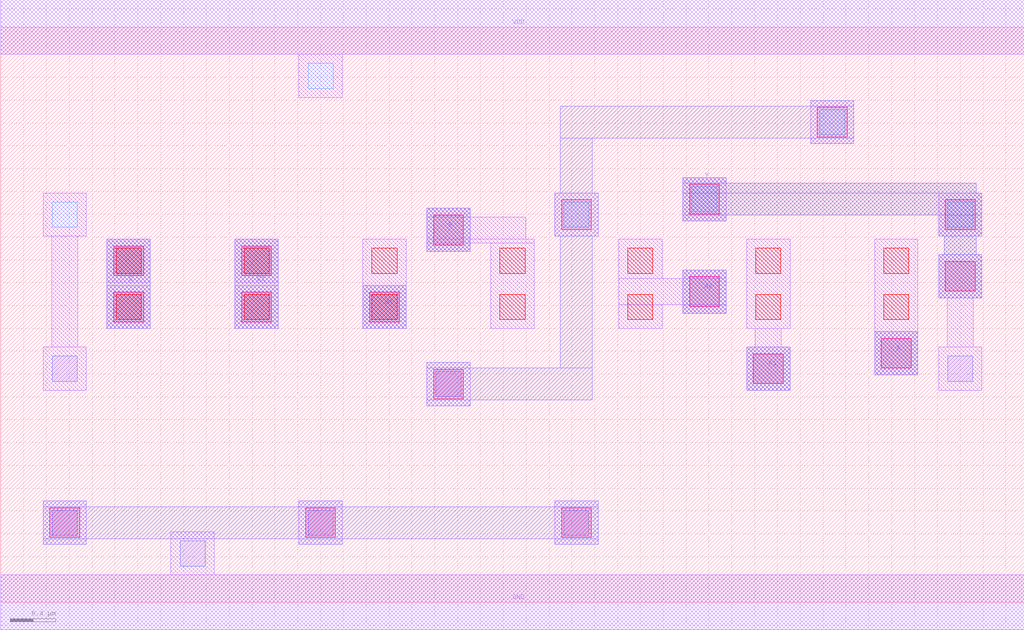
<source format=lef>
MACRO AOOAI322
 CLASS CORE ;
 FOREIGN AOOAI322 0 0 ;
 SIZE 8.96 BY 5.04 ;
 ORIGIN 0 0 ;
 SYMMETRY X Y R90 ;
 SITE unit ;
  PIN VDD
   DIRECTION INOUT ;
   USE POWER ;
   SHAPE ABUTMENT ;
    PORT
     CLASS CORE ;
       LAYER met1 ;
        RECT 0.00000000 4.80000000 8.96000000 5.28000000 ;
    END
  END VDD

  PIN GND
   DIRECTION INOUT ;
   USE POWER ;
   SHAPE ABUTMENT ;
    PORT
     CLASS CORE ;
       LAYER met1 ;
        RECT 0.00000000 -0.24000000 8.96000000 0.24000000 ;
    END
  END GND

  PIN Y
   DIRECTION INOUT ;
   USE SIGNAL ;
   SHAPE ABUTMENT ;
    PORT
     CLASS CORE ;
       LAYER met2 ;
        RECT 8.21000000 2.66700000 8.59000000 3.04700000 ;
        RECT 8.26000000 3.04700000 8.54000000 3.20700000 ;
        RECT 5.97000000 3.34200000 6.35000000 3.39200000 ;
        RECT 8.21000000 3.20700000 8.59000000 3.39200000 ;
        RECT 5.97000000 3.39200000 8.59000000 3.58700000 ;
        RECT 5.97000000 3.58700000 8.54000000 3.67200000 ;
        RECT 5.97000000 3.67200000 6.35000000 3.72200000 ;
    END
  END Y

  PIN C1
   DIRECTION INOUT ;
   USE SIGNAL ;
   SHAPE ABUTMENT ;
    PORT
     CLASS CORE ;
       LAYER met2 ;
        RECT 2.05000000 2.39700000 2.43000000 3.18200000 ;
    END
  END C1

  PIN B
   DIRECTION INOUT ;
   USE SIGNAL ;
   SHAPE ABUTMENT ;
    PORT
     CLASS CORE ;
       LAYER met2 ;
        RECT 3.73000000 3.07200000 4.11000000 3.45200000 ;
    END
  END B

  PIN A1
   DIRECTION INOUT ;
   USE SIGNAL ;
   SHAPE ABUTMENT ;
    PORT
     CLASS CORE ;
       LAYER met2 ;
        RECT 6.53000000 1.85700000 6.91000000 2.23700000 ;
    END
  END A1

  PIN A2
   DIRECTION INOUT ;
   USE SIGNAL ;
   SHAPE ABUTMENT ;
    PORT
     CLASS CORE ;
       LAYER met2 ;
        RECT 5.97000000 2.53200000 6.35000000 2.91200000 ;
    END
  END A2

  PIN A
   DIRECTION INOUT ;
   USE SIGNAL ;
   SHAPE ABUTMENT ;
    PORT
     CLASS CORE ;
       LAYER met2 ;
        RECT 7.65000000 1.99200000 8.03000000 2.37200000 ;
    END
  END A

  PIN B1
   DIRECTION INOUT ;
   USE SIGNAL ;
   SHAPE ABUTMENT ;
    PORT
     CLASS CORE ;
       LAYER met2 ;
        RECT 3.17000000 2.39700000 3.55000000 2.77700000 ;
    END
  END B1

  PIN C
   DIRECTION INOUT ;
   USE SIGNAL ;
   SHAPE ABUTMENT ;
    PORT
     CLASS CORE ;
       LAYER met2 ;
        RECT 0.93000000 2.39700000 1.31000000 3.18200000 ;
    END
  END C

 OBS
    LAYER polycont ;
     RECT 1.01000000 2.47700000 1.23000000 2.69700000 ;
     RECT 2.13000000 2.47700000 2.35000000 2.69700000 ;
     RECT 3.25000000 2.47700000 3.47000000 2.69700000 ;
     RECT 4.37000000 2.47700000 4.59000000 2.69700000 ;
     RECT 5.49000000 2.47700000 5.71000000 2.69700000 ;
     RECT 6.61000000 2.47700000 6.83000000 2.69700000 ;
     RECT 7.73000000 2.47700000 7.95000000 2.69700000 ;
     RECT 1.01000000 2.88200000 1.23000000 3.10200000 ;
     RECT 2.13000000 2.88200000 2.35000000 3.10200000 ;
     RECT 3.25000000 2.88200000 3.47000000 3.10200000 ;
     RECT 4.37000000 2.88200000 4.59000000 3.10200000 ;
     RECT 5.49000000 2.88200000 5.71000000 3.10200000 ;
     RECT 6.61000000 2.88200000 6.83000000 3.10200000 ;
     RECT 7.73000000 2.88200000 7.95000000 3.10200000 ;

    LAYER pdiffc ;
     RECT 0.45000000 3.28700000 0.67000000 3.50700000 ;
     RECT 4.93000000 3.28700000 5.15000000 3.50700000 ;
     RECT 8.29000000 3.28700000 8.51000000 3.50700000 ;
     RECT 6.05000000 3.42200000 6.27000000 3.64200000 ;
     RECT 7.17000000 4.09700000 7.39000000 4.31700000 ;
     RECT 2.69000000 4.50200000 2.91000000 4.72200000 ;

    LAYER ndiffc ;
     RECT 1.57000000 0.31700000 1.79000000 0.53700000 ;
     RECT 0.45000000 0.58700000 0.67000000 0.80700000 ;
     RECT 2.69000000 0.58700000 2.91000000 0.80700000 ;
     RECT 4.93000000 0.58700000 5.15000000 0.80700000 ;
     RECT 3.81000000 1.80200000 4.03000000 2.02200000 ;
     RECT 0.45000000 1.93700000 0.67000000 2.15700000 ;
     RECT 8.29000000 1.93700000 8.51000000 2.15700000 ;

    LAYER met1 ;
     RECT 0.00000000 -0.24000000 8.96000000 0.24000000 ;
     RECT 1.49000000 0.24000000 1.87000000 0.61700000 ;
     RECT 0.37000000 0.50700000 0.75000000 0.88700000 ;
     RECT 2.61000000 0.50700000 2.99000000 0.88700000 ;
     RECT 4.85000000 0.50700000 5.23000000 0.88700000 ;
     RECT 3.73000000 1.72200000 4.11000000 2.10200000 ;
     RECT 0.93000000 2.39700000 1.31000000 2.77700000 ;
     RECT 2.05000000 2.39700000 2.43000000 2.77700000 ;
     RECT 8.21000000 1.85700000 8.59000000 2.23700000 ;
     RECT 8.28500000 2.23700000 8.51500000 2.66700000 ;
     RECT 8.21000000 2.66700000 8.59000000 3.04700000 ;
     RECT 0.93000000 2.80200000 1.31000000 3.18200000 ;
     RECT 2.05000000 2.80200000 2.43000000 3.18200000 ;
     RECT 3.17000000 2.39700000 3.55000000 3.18200000 ;
     RECT 5.41000000 2.39700000 5.79000000 2.60700000 ;
     RECT 5.97000000 2.53200000 6.35000000 2.60700000 ;
     RECT 5.41000000 2.60700000 6.35000000 2.83700000 ;
     RECT 5.97000000 2.83700000 6.35000000 2.91200000 ;
     RECT 5.41000000 2.83700000 5.79000000 3.18200000 ;
     RECT 6.53000000 1.85700000 6.91000000 2.23700000 ;
     RECT 6.60500000 2.23700000 6.83500000 2.39700000 ;
     RECT 6.53000000 2.39700000 6.91000000 3.18200000 ;
     RECT 7.65000000 1.99200000 8.03000000 3.18200000 ;
     RECT 3.73000000 3.07200000 4.11000000 3.14700000 ;
     RECT 4.29000000 2.39700000 4.67000000 3.14700000 ;
     RECT 3.73000000 3.14700000 4.67000000 3.18200000 ;
     RECT 3.73000000 3.18200000 4.59500000 3.37700000 ;
     RECT 3.73000000 3.37700000 4.11000000 3.45200000 ;
     RECT 0.37000000 1.85700000 0.75000000 2.23700000 ;
     RECT 0.44500000 2.23700000 0.67500000 3.20700000 ;
     RECT 0.37000000 3.20700000 0.75000000 3.58700000 ;
     RECT 4.85000000 3.20700000 5.23000000 3.58700000 ;
     RECT 8.21000000 3.20700000 8.59000000 3.58700000 ;
     RECT 5.97000000 3.34200000 6.35000000 3.72200000 ;
     RECT 7.09000000 4.01700000 7.47000000 4.39700000 ;
     RECT 2.61000000 4.42200000 2.99000000 4.80000000 ;
     RECT 0.00000000 4.80000000 8.96000000 5.28000000 ;

    LAYER via1 ;
     RECT 0.43000000 0.56700000 0.69000000 0.82700000 ;
     RECT 2.67000000 0.56700000 2.93000000 0.82700000 ;
     RECT 4.91000000 0.56700000 5.17000000 0.82700000 ;
     RECT 3.79000000 1.78200000 4.05000000 2.04200000 ;
     RECT 6.59000000 1.91700000 6.85000000 2.17700000 ;
     RECT 7.71000000 2.05200000 7.97000000 2.31200000 ;
     RECT 0.99000000 2.45700000 1.25000000 2.71700000 ;
     RECT 2.11000000 2.45700000 2.37000000 2.71700000 ;
     RECT 3.23000000 2.45700000 3.49000000 2.71700000 ;
     RECT 6.03000000 2.59200000 6.29000000 2.85200000 ;
     RECT 8.27000000 2.72700000 8.53000000 2.98700000 ;
     RECT 0.99000000 2.86200000 1.25000000 3.12200000 ;
     RECT 2.11000000 2.86200000 2.37000000 3.12200000 ;
     RECT 3.79000000 3.13200000 4.05000000 3.39200000 ;
     RECT 4.91000000 3.26700000 5.17000000 3.52700000 ;
     RECT 8.27000000 3.26700000 8.53000000 3.52700000 ;
     RECT 6.03000000 3.40200000 6.29000000 3.66200000 ;
     RECT 7.15000000 4.07700000 7.41000000 4.33700000 ;

    LAYER met2 ;
     RECT 0.37000000 0.50700000 0.75000000 0.55700000 ;
     RECT 2.61000000 0.50700000 2.99000000 0.55700000 ;
     RECT 4.85000000 0.50700000 5.23000000 0.55700000 ;
     RECT 0.37000000 0.55700000 5.23000000 0.83700000 ;
     RECT 0.37000000 0.83700000 0.75000000 0.88700000 ;
     RECT 2.61000000 0.83700000 2.99000000 0.88700000 ;
     RECT 4.85000000 0.83700000 5.23000000 0.88700000 ;
     RECT 6.53000000 1.85700000 6.91000000 2.23700000 ;
     RECT 7.65000000 1.99200000 8.03000000 2.37200000 ;
     RECT 3.17000000 2.39700000 3.55000000 2.77700000 ;
     RECT 5.97000000 2.53200000 6.35000000 2.91200000 ;
     RECT 0.93000000 2.39700000 1.31000000 3.18200000 ;
     RECT 2.05000000 2.39700000 2.43000000 3.18200000 ;
     RECT 3.73000000 3.07200000 4.11000000 3.45200000 ;
     RECT 8.21000000 2.66700000 8.59000000 3.04700000 ;
     RECT 8.26000000 3.04700000 8.54000000 3.20700000 ;
     RECT 5.97000000 3.34200000 6.35000000 3.39200000 ;
     RECT 8.21000000 3.20700000 8.59000000 3.39200000 ;
     RECT 5.97000000 3.39200000 8.59000000 3.58700000 ;
     RECT 5.97000000 3.58700000 8.54000000 3.67200000 ;
     RECT 5.97000000 3.67200000 6.35000000 3.72200000 ;
     RECT 3.73000000 1.72200000 4.11000000 1.77200000 ;
     RECT 3.73000000 1.77200000 5.18000000 2.05200000 ;
     RECT 3.73000000 2.05200000 4.11000000 2.10200000 ;
     RECT 4.90000000 2.05200000 5.18000000 3.20700000 ;
     RECT 4.85000000 3.20700000 5.23000000 3.58700000 ;
     RECT 4.90000000 3.58700000 5.18000000 4.06700000 ;
     RECT 7.09000000 4.01700000 7.47000000 4.06700000 ;
     RECT 4.90000000 4.06700000 7.47000000 4.34700000 ;
     RECT 7.09000000 4.34700000 7.47000000 4.39700000 ;

 END
END AOOAI322

</source>
